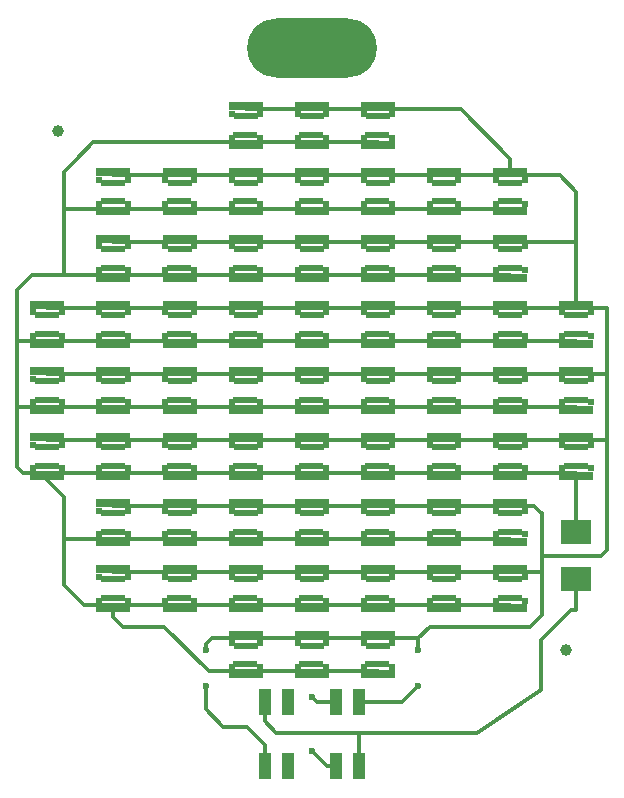
<source format=gbr>
G04 #@! TF.GenerationSoftware,KiCad,Pcbnew,5.1.5+dfsg1-2build2*
G04 #@! TF.CreationDate,2021-12-15T11:20:51+01:00*
G04 #@! TF.ProjectId,BitBadge,42697442-6164-4676-952e-6b696361645f,rev?*
G04 #@! TF.SameCoordinates,Original*
G04 #@! TF.FileFunction,Copper,L1,Top*
G04 #@! TF.FilePolarity,Positive*
%FSLAX46Y46*%
G04 Gerber Fmt 4.6, Leading zero omitted, Abs format (unit mm)*
G04 Created by KiCad (PCBNEW 5.1.5+dfsg1-2build2) date 2021-12-15 11:20:51*
%MOMM*%
%LPD*%
G04 APERTURE LIST*
%ADD10O,11.000000X5.000000*%
%ADD11C,0.900000*%
%ADD12R,1.000000X2.200000*%
%ADD13R,2.500000X2.000000*%
%ADD14R,0.600000X0.500000*%
%ADD15R,3.000000X0.800000*%
%ADD16R,2.000000X0.600000*%
%ADD17C,1.000000*%
%ADD18C,0.600000*%
%ADD19C,0.300000*%
G04 APERTURE END LIST*
D10*
X100000000Y-71000000D03*
D11*
X104500000Y-71000000D03*
X104000000Y-72250000D03*
X96000000Y-72250000D03*
X95500000Y-71000000D03*
X96000000Y-69750000D03*
X104000000Y-69750000D03*
D12*
X102000000Y-126400000D03*
X104000000Y-126400000D03*
X96000000Y-126400000D03*
X98000000Y-126400000D03*
X102000000Y-131800000D03*
X104000000Y-131800000D03*
X98000000Y-131800000D03*
X96000000Y-131800000D03*
D13*
X122400000Y-116000000D03*
X122400000Y-112000000D03*
D14*
X104400000Y-123400000D03*
X106800000Y-123400000D03*
D15*
X105600000Y-124050000D03*
D16*
X105550000Y-123200000D03*
X105600000Y-121600000D03*
D15*
X105600000Y-120750000D03*
D14*
X106800000Y-121400000D03*
X104400000Y-121400000D03*
X98800000Y-123400000D03*
X101200000Y-123400000D03*
D15*
X100000000Y-124050000D03*
D16*
X99950000Y-123200000D03*
X100000000Y-121600000D03*
D15*
X100000000Y-120750000D03*
D14*
X101200000Y-121400000D03*
X98800000Y-121400000D03*
X93200000Y-123400000D03*
X95600000Y-123400000D03*
D15*
X94400000Y-124050000D03*
D16*
X94350000Y-123200000D03*
X94400000Y-121600000D03*
D15*
X94400000Y-120750000D03*
D14*
X95600000Y-121400000D03*
X93200000Y-121400000D03*
X115600000Y-117800000D03*
X118000000Y-117800000D03*
D15*
X116800000Y-118450000D03*
D16*
X116750000Y-117600000D03*
X116800000Y-116000000D03*
D15*
X116800000Y-115150000D03*
D14*
X118000000Y-115800000D03*
X115600000Y-115800000D03*
X110000000Y-117800000D03*
X112400000Y-117800000D03*
D15*
X111200000Y-118450000D03*
D16*
X111150000Y-117600000D03*
X111200000Y-116000000D03*
D15*
X111200000Y-115150000D03*
D14*
X112400000Y-115800000D03*
X110000000Y-115800000D03*
X104400000Y-117800000D03*
X106800000Y-117800000D03*
D15*
X105600000Y-118450000D03*
D16*
X105550000Y-117600000D03*
X105600000Y-116000000D03*
D15*
X105600000Y-115150000D03*
D14*
X106800000Y-115800000D03*
X104400000Y-115800000D03*
X98800000Y-117800000D03*
X101200000Y-117800000D03*
D15*
X100000000Y-118450000D03*
D16*
X99950000Y-117600000D03*
X100000000Y-116000000D03*
D15*
X100000000Y-115150000D03*
D14*
X101200000Y-115800000D03*
X98800000Y-115800000D03*
X93200000Y-117800000D03*
X95600000Y-117800000D03*
D15*
X94400000Y-118450000D03*
D16*
X94350000Y-117600000D03*
X94400000Y-116000000D03*
D15*
X94400000Y-115150000D03*
D14*
X95600000Y-115800000D03*
X93200000Y-115800000D03*
X87600000Y-117800000D03*
X90000000Y-117800000D03*
D15*
X88800000Y-118450000D03*
D16*
X88750000Y-117600000D03*
X88800000Y-116000000D03*
D15*
X88800000Y-115150000D03*
D14*
X90000000Y-115800000D03*
X87600000Y-115800000D03*
X82000000Y-117800000D03*
X84400000Y-117800000D03*
D15*
X83200000Y-118450000D03*
D16*
X83150000Y-117600000D03*
X83200000Y-116000000D03*
D15*
X83200000Y-115150000D03*
D14*
X84400000Y-115800000D03*
X82000000Y-115800000D03*
X115600000Y-112200000D03*
X118000000Y-112200000D03*
D15*
X116800000Y-112850000D03*
D16*
X116750000Y-112000000D03*
X116800000Y-110400000D03*
D15*
X116800000Y-109550000D03*
D14*
X118000000Y-110200000D03*
X115600000Y-110200000D03*
X110000000Y-112200000D03*
X112400000Y-112200000D03*
D15*
X111200000Y-112850000D03*
D16*
X111150000Y-112000000D03*
X111200000Y-110400000D03*
D15*
X111200000Y-109550000D03*
D14*
X112400000Y-110200000D03*
X110000000Y-110200000D03*
X104400000Y-112200000D03*
X106800000Y-112200000D03*
D15*
X105600000Y-112850000D03*
D16*
X105550000Y-112000000D03*
X105600000Y-110400000D03*
D15*
X105600000Y-109550000D03*
D14*
X106800000Y-110200000D03*
X104400000Y-110200000D03*
X98800000Y-112200000D03*
X101200000Y-112200000D03*
D15*
X100000000Y-112850000D03*
D16*
X99950000Y-112000000D03*
X100000000Y-110400000D03*
D15*
X100000000Y-109550000D03*
D14*
X101200000Y-110200000D03*
X98800000Y-110200000D03*
X93200000Y-112200000D03*
X95600000Y-112200000D03*
D15*
X94400000Y-112850000D03*
D16*
X94350000Y-112000000D03*
X94400000Y-110400000D03*
D15*
X94400000Y-109550000D03*
D14*
X95600000Y-110200000D03*
X93200000Y-110200000D03*
X87600000Y-112200000D03*
X90000000Y-112200000D03*
D15*
X88800000Y-112850000D03*
D16*
X88750000Y-112000000D03*
X88800000Y-110400000D03*
D15*
X88800000Y-109550000D03*
D14*
X90000000Y-110200000D03*
X87600000Y-110200000D03*
X82000000Y-112200000D03*
X84400000Y-112200000D03*
D15*
X83200000Y-112850000D03*
D16*
X83150000Y-112000000D03*
X83200000Y-110400000D03*
D15*
X83200000Y-109550000D03*
D14*
X84400000Y-110200000D03*
X82000000Y-110200000D03*
X121200000Y-106600000D03*
X123600000Y-106600000D03*
D15*
X122400000Y-107250000D03*
D16*
X122350000Y-106400000D03*
X122400000Y-104800000D03*
D15*
X122400000Y-103950000D03*
D14*
X123600000Y-104600000D03*
X121200000Y-104600000D03*
X115600000Y-106600000D03*
X118000000Y-106600000D03*
D15*
X116800000Y-107250000D03*
D16*
X116750000Y-106400000D03*
X116800000Y-104800000D03*
D15*
X116800000Y-103950000D03*
D14*
X118000000Y-104600000D03*
X115600000Y-104600000D03*
X110000000Y-106600000D03*
X112400000Y-106600000D03*
D15*
X111200000Y-107250000D03*
D16*
X111150000Y-106400000D03*
X111200000Y-104800000D03*
D15*
X111200000Y-103950000D03*
D14*
X112400000Y-104600000D03*
X110000000Y-104600000D03*
X104400000Y-106600000D03*
X106800000Y-106600000D03*
D15*
X105600000Y-107250000D03*
D16*
X105550000Y-106400000D03*
X105600000Y-104800000D03*
D15*
X105600000Y-103950000D03*
D14*
X106800000Y-104600000D03*
X104400000Y-104600000D03*
X98800000Y-106600000D03*
X101200000Y-106600000D03*
D15*
X100000000Y-107250000D03*
D16*
X99950000Y-106400000D03*
X100000000Y-104800000D03*
D15*
X100000000Y-103950000D03*
D14*
X101200000Y-104600000D03*
X98800000Y-104600000D03*
X93200000Y-106600000D03*
X95600000Y-106600000D03*
D15*
X94400000Y-107250000D03*
D16*
X94350000Y-106400000D03*
X94400000Y-104800000D03*
D15*
X94400000Y-103950000D03*
D14*
X95600000Y-104600000D03*
X93200000Y-104600000D03*
X87600000Y-106600000D03*
X90000000Y-106600000D03*
D15*
X88800000Y-107250000D03*
D16*
X88750000Y-106400000D03*
X88800000Y-104800000D03*
D15*
X88800000Y-103950000D03*
D14*
X90000000Y-104600000D03*
X87600000Y-104600000D03*
X82000000Y-106600000D03*
X84400000Y-106600000D03*
D15*
X83200000Y-107250000D03*
D16*
X83150000Y-106400000D03*
X83200000Y-104800000D03*
D15*
X83200000Y-103950000D03*
D14*
X84400000Y-104600000D03*
X82000000Y-104600000D03*
X76400000Y-106600000D03*
X78800000Y-106600000D03*
D15*
X77600000Y-107250000D03*
D16*
X77550000Y-106400000D03*
X77600000Y-104800000D03*
D15*
X77600000Y-103950000D03*
D14*
X78800000Y-104600000D03*
X76400000Y-104600000D03*
X121200000Y-101000000D03*
X123600000Y-101000000D03*
D15*
X122400000Y-101650000D03*
D16*
X122350000Y-100800000D03*
X122400000Y-99200000D03*
D15*
X122400000Y-98350000D03*
D14*
X123600000Y-99000000D03*
X121200000Y-99000000D03*
X115600000Y-101000000D03*
X118000000Y-101000000D03*
D15*
X116800000Y-101650000D03*
D16*
X116750000Y-100800000D03*
X116800000Y-99200000D03*
D15*
X116800000Y-98350000D03*
D14*
X118000000Y-99000000D03*
X115600000Y-99000000D03*
X110000000Y-101000000D03*
X112400000Y-101000000D03*
D15*
X111200000Y-101650000D03*
D16*
X111150000Y-100800000D03*
X111200000Y-99200000D03*
D15*
X111200000Y-98350000D03*
D14*
X112400000Y-99000000D03*
X110000000Y-99000000D03*
X104400000Y-101000000D03*
X106800000Y-101000000D03*
D15*
X105600000Y-101650000D03*
D16*
X105550000Y-100800000D03*
X105600000Y-99200000D03*
D15*
X105600000Y-98350000D03*
D14*
X106800000Y-99000000D03*
X104400000Y-99000000D03*
X98800000Y-101000000D03*
X101200000Y-101000000D03*
D15*
X100000000Y-101650000D03*
D16*
X99950000Y-100800000D03*
X100000000Y-99200000D03*
D15*
X100000000Y-98350000D03*
D14*
X101200000Y-99000000D03*
X98800000Y-99000000D03*
X93200000Y-101000000D03*
X95600000Y-101000000D03*
D15*
X94400000Y-101650000D03*
D16*
X94350000Y-100800000D03*
X94400000Y-99200000D03*
D15*
X94400000Y-98350000D03*
D14*
X95600000Y-99000000D03*
X93200000Y-99000000D03*
X87600000Y-101000000D03*
X90000000Y-101000000D03*
D15*
X88800000Y-101650000D03*
D16*
X88750000Y-100800000D03*
X88800000Y-99200000D03*
D15*
X88800000Y-98350000D03*
D14*
X90000000Y-99000000D03*
X87600000Y-99000000D03*
X82000000Y-101000000D03*
X84400000Y-101000000D03*
D15*
X83200000Y-101650000D03*
D16*
X83150000Y-100800000D03*
X83200000Y-99200000D03*
D15*
X83200000Y-98350000D03*
D14*
X84400000Y-99000000D03*
X82000000Y-99000000D03*
X76400000Y-101000000D03*
X78800000Y-101000000D03*
D15*
X77600000Y-101650000D03*
D16*
X77550000Y-100800000D03*
X77600000Y-99200000D03*
D15*
X77600000Y-98350000D03*
D14*
X78800000Y-99000000D03*
X76400000Y-99000000D03*
X121200000Y-95400000D03*
X123600000Y-95400000D03*
D15*
X122400000Y-96050000D03*
D16*
X122350000Y-95200000D03*
X122400000Y-93600000D03*
D15*
X122400000Y-92750000D03*
D14*
X123600000Y-93400000D03*
X121200000Y-93400000D03*
X115600000Y-95400000D03*
X118000000Y-95400000D03*
D15*
X116800000Y-96050000D03*
D16*
X116750000Y-95200000D03*
X116800000Y-93600000D03*
D15*
X116800000Y-92750000D03*
D14*
X118000000Y-93400000D03*
X115600000Y-93400000D03*
X110000000Y-95400000D03*
X112400000Y-95400000D03*
D15*
X111200000Y-96050000D03*
D16*
X111150000Y-95200000D03*
X111200000Y-93600000D03*
D15*
X111200000Y-92750000D03*
D14*
X112400000Y-93400000D03*
X110000000Y-93400000D03*
X104400000Y-95400000D03*
X106800000Y-95400000D03*
D15*
X105600000Y-96050000D03*
D16*
X105550000Y-95200000D03*
X105600000Y-93600000D03*
D15*
X105600000Y-92750000D03*
D14*
X106800000Y-93400000D03*
X104400000Y-93400000D03*
X98800000Y-95400000D03*
X101200000Y-95400000D03*
D15*
X100000000Y-96050000D03*
D16*
X99950000Y-95200000D03*
X100000000Y-93600000D03*
D15*
X100000000Y-92750000D03*
D14*
X101200000Y-93400000D03*
X98800000Y-93400000D03*
X93200000Y-95400000D03*
X95600000Y-95400000D03*
D15*
X94400000Y-96050000D03*
D16*
X94350000Y-95200000D03*
X94400000Y-93600000D03*
D15*
X94400000Y-92750000D03*
D14*
X95600000Y-93400000D03*
X93200000Y-93400000D03*
X87600000Y-95400000D03*
X90000000Y-95400000D03*
D15*
X88800000Y-96050000D03*
D16*
X88750000Y-95200000D03*
X88800000Y-93600000D03*
D15*
X88800000Y-92750000D03*
D14*
X90000000Y-93400000D03*
X87600000Y-93400000D03*
X82000000Y-95400000D03*
X84400000Y-95400000D03*
D15*
X83200000Y-96050000D03*
D16*
X83150000Y-95200000D03*
X83200000Y-93600000D03*
D15*
X83200000Y-92750000D03*
D14*
X84400000Y-93400000D03*
X82000000Y-93400000D03*
X76400000Y-95400000D03*
X78800000Y-95400000D03*
D15*
X77600000Y-96050000D03*
D16*
X77550000Y-95200000D03*
X77600000Y-93600000D03*
D15*
X77600000Y-92750000D03*
D14*
X78800000Y-93400000D03*
X76400000Y-93400000D03*
X115600000Y-89800000D03*
X118000000Y-89800000D03*
D15*
X116800000Y-90450000D03*
D16*
X116750000Y-89600000D03*
X116800000Y-88000000D03*
D15*
X116800000Y-87150000D03*
D14*
X118000000Y-87800000D03*
X115600000Y-87800000D03*
X110000000Y-89800000D03*
X112400000Y-89800000D03*
D15*
X111200000Y-90450000D03*
D16*
X111150000Y-89600000D03*
X111200000Y-88000000D03*
D15*
X111200000Y-87150000D03*
D14*
X112400000Y-87800000D03*
X110000000Y-87800000D03*
X104400000Y-89800000D03*
X106800000Y-89800000D03*
D15*
X105600000Y-90450000D03*
D16*
X105550000Y-89600000D03*
X105600000Y-88000000D03*
D15*
X105600000Y-87150000D03*
D14*
X106800000Y-87800000D03*
X104400000Y-87800000D03*
X98800000Y-89800000D03*
X101200000Y-89800000D03*
D15*
X100000000Y-90450000D03*
D16*
X99950000Y-89600000D03*
X100000000Y-88000000D03*
D15*
X100000000Y-87150000D03*
D14*
X101200000Y-87800000D03*
X98800000Y-87800000D03*
X93200000Y-89800000D03*
X95600000Y-89800000D03*
D15*
X94400000Y-90450000D03*
D16*
X94350000Y-89600000D03*
X94400000Y-88000000D03*
D15*
X94400000Y-87150000D03*
D14*
X95600000Y-87800000D03*
X93200000Y-87800000D03*
X87600000Y-89800000D03*
X90000000Y-89800000D03*
D15*
X88800000Y-90450000D03*
D16*
X88750000Y-89600000D03*
X88800000Y-88000000D03*
D15*
X88800000Y-87150000D03*
D14*
X90000000Y-87800000D03*
X87600000Y-87800000D03*
X82000000Y-89800000D03*
X84400000Y-89800000D03*
D15*
X83200000Y-90450000D03*
D16*
X83150000Y-89600000D03*
X83200000Y-88000000D03*
D15*
X83200000Y-87150000D03*
D14*
X84400000Y-87800000D03*
X82000000Y-87800000D03*
X115600000Y-84200000D03*
X118000000Y-84200000D03*
D15*
X116800000Y-84850000D03*
D16*
X116750000Y-84000000D03*
X116800000Y-82400000D03*
D15*
X116800000Y-81550000D03*
D14*
X118000000Y-82200000D03*
X115600000Y-82200000D03*
X110000000Y-84200000D03*
X112400000Y-84200000D03*
D15*
X111200000Y-84850000D03*
D16*
X111150000Y-84000000D03*
X111200000Y-82400000D03*
D15*
X111200000Y-81550000D03*
D14*
X112400000Y-82200000D03*
X110000000Y-82200000D03*
X104400000Y-84200000D03*
X106800000Y-84200000D03*
D15*
X105600000Y-84850000D03*
D16*
X105550000Y-84000000D03*
X105600000Y-82400000D03*
D15*
X105600000Y-81550000D03*
D14*
X106800000Y-82200000D03*
X104400000Y-82200000D03*
X98800000Y-84200000D03*
X101200000Y-84200000D03*
D15*
X100000000Y-84850000D03*
D16*
X99950000Y-84000000D03*
X100000000Y-82400000D03*
D15*
X100000000Y-81550000D03*
D14*
X101200000Y-82200000D03*
X98800000Y-82200000D03*
X93200000Y-84200000D03*
X95600000Y-84200000D03*
D15*
X94400000Y-84850000D03*
D16*
X94350000Y-84000000D03*
X94400000Y-82400000D03*
D15*
X94400000Y-81550000D03*
D14*
X95600000Y-82200000D03*
X93200000Y-82200000D03*
X87600000Y-84200000D03*
X90000000Y-84200000D03*
D15*
X88800000Y-84850000D03*
D16*
X88750000Y-84000000D03*
X88800000Y-82400000D03*
D15*
X88800000Y-81550000D03*
D14*
X90000000Y-82200000D03*
X87600000Y-82200000D03*
X82000000Y-84200000D03*
X84400000Y-84200000D03*
D15*
X83200000Y-84850000D03*
D16*
X83150000Y-84000000D03*
X83200000Y-82400000D03*
D15*
X83200000Y-81550000D03*
D14*
X84400000Y-82200000D03*
X82000000Y-82200000D03*
X104400000Y-78600000D03*
X106800000Y-78600000D03*
D15*
X105600000Y-79250000D03*
D16*
X105550000Y-78400000D03*
X105600000Y-76800000D03*
D15*
X105600000Y-75950000D03*
D14*
X106800000Y-76600000D03*
X104400000Y-76600000D03*
X98800000Y-78600000D03*
X101200000Y-78600000D03*
D15*
X100000000Y-79250000D03*
D16*
X99950000Y-78400000D03*
X100000000Y-76800000D03*
D15*
X100000000Y-75950000D03*
D14*
X101200000Y-76600000D03*
X98800000Y-76600000D03*
X93200000Y-78600000D03*
X95600000Y-78600000D03*
D15*
X94400000Y-79250000D03*
D16*
X94350000Y-78400000D03*
X94400000Y-76800000D03*
D15*
X94400000Y-75950000D03*
D14*
X95600000Y-76600000D03*
X93200000Y-76600000D03*
D17*
X78500000Y-78000000D03*
X121500000Y-122000000D03*
D18*
X100000000Y-130500000D03*
X100000000Y-126000000D03*
X91000000Y-122000000D03*
X91000000Y-125000000D03*
X109000000Y-122000000D03*
X109000000Y-125000000D03*
D19*
X102000000Y-131800000D02*
X101300000Y-131800000D01*
X101300000Y-131800000D02*
X100000000Y-130500000D01*
X102000000Y-126400000D02*
X100400000Y-126400000D01*
X100400000Y-126400000D02*
X100000000Y-126000000D01*
X96000000Y-131800000D02*
X96000000Y-130000000D01*
X96000000Y-130000000D02*
X94500000Y-128500000D01*
X118500000Y-120000000D02*
X119500000Y-119000000D01*
X110500000Y-120000000D02*
X118500000Y-120000000D01*
X118800000Y-109800000D02*
X119500000Y-110500000D01*
X119400000Y-110400000D02*
X119500000Y-110400000D01*
X119500000Y-110500000D02*
X119400000Y-110400000D01*
X125000000Y-108500000D02*
X125000000Y-113500000D01*
X124500000Y-114000000D02*
X119500000Y-114000000D01*
X125000000Y-113500000D02*
X124500000Y-114000000D01*
X92500000Y-128500000D02*
X91000000Y-127000000D01*
X94500000Y-128500000D02*
X92500000Y-128500000D01*
X116800000Y-98600000D02*
X122400000Y-98600000D01*
X111200000Y-98600000D02*
X116800000Y-98600000D01*
X105600000Y-98600000D02*
X111200000Y-98600000D01*
X100000000Y-98600000D02*
X105600000Y-98600000D01*
X94400000Y-98600000D02*
X100000000Y-98600000D01*
X88800000Y-98600000D02*
X94400000Y-98600000D01*
X83200000Y-98600000D02*
X88800000Y-98600000D01*
X77600000Y-98600000D02*
X83200000Y-98600000D01*
X83200000Y-93000000D02*
X88800000Y-93000000D01*
X105600000Y-109800000D02*
X111200000Y-109800000D01*
X111200000Y-109800000D02*
X116800000Y-109800000D01*
X100000000Y-109800000D02*
X105600000Y-109800000D01*
X94400000Y-109800000D02*
X100000000Y-109800000D01*
X88800000Y-109800000D02*
X94400000Y-109800000D01*
X83200000Y-109800000D02*
X88800000Y-109800000D01*
X100000000Y-121000000D02*
X105600000Y-121000000D01*
X94400000Y-121000000D02*
X100000000Y-121000000D01*
X111200000Y-115400000D02*
X116800000Y-115400000D01*
X105600000Y-115400000D02*
X111200000Y-115400000D01*
X100000000Y-115400000D02*
X105600000Y-115400000D01*
X94400000Y-115400000D02*
X100000000Y-115400000D01*
X88800000Y-115400000D02*
X94400000Y-115400000D01*
X83200000Y-115400000D02*
X88800000Y-115400000D01*
X119000000Y-115400000D02*
X119500000Y-115400000D01*
X119500000Y-115400000D02*
X119500000Y-115500000D01*
X119500000Y-115000000D02*
X119500000Y-115500000D01*
X119500000Y-114000000D02*
X119500000Y-115000000D01*
X119500000Y-110400000D02*
X119500000Y-114000000D01*
X119500000Y-115500000D02*
X119500000Y-119000000D01*
X119100000Y-115400000D02*
X119000000Y-115400000D01*
X119000000Y-115400000D02*
X116800000Y-115400000D01*
X116800000Y-104200000D02*
X122400000Y-104200000D01*
X111200000Y-104200000D02*
X116800000Y-104200000D01*
X105600000Y-104200000D02*
X111200000Y-104200000D01*
X100000000Y-104200000D02*
X105600000Y-104200000D01*
X94400000Y-104200000D02*
X100000000Y-104200000D01*
X88800000Y-104200000D02*
X94400000Y-104200000D01*
X83200000Y-104200000D02*
X88800000Y-104200000D01*
X77600000Y-104200000D02*
X83200000Y-104200000D01*
X122400000Y-98600000D02*
X125000000Y-98600000D01*
X125000000Y-98600000D02*
X125000000Y-98500000D01*
X122400000Y-104200000D02*
X125000000Y-104200000D01*
X125000000Y-104200000D02*
X125000000Y-104500000D01*
X122400000Y-93000000D02*
X125000000Y-93000000D01*
X125000000Y-93000000D02*
X125000000Y-98500000D01*
X125000000Y-98500000D02*
X125000000Y-104500000D01*
X118800000Y-109800000D02*
X116800000Y-109800000D01*
X125000000Y-104500000D02*
X125000000Y-108500000D01*
X116800000Y-87400000D02*
X122400000Y-87400000D01*
X122400000Y-87400000D02*
X122400000Y-86000000D01*
X116800000Y-81800000D02*
X121000000Y-81800000D01*
X121000000Y-81800000D02*
X122400000Y-83200000D01*
X122400000Y-83200000D02*
X122400000Y-86000000D01*
X122400000Y-86000000D02*
X122400000Y-93000000D01*
X105600000Y-76200000D02*
X112600000Y-76200000D01*
X116800000Y-80400000D02*
X116800000Y-81800000D01*
X112600000Y-76200000D02*
X116800000Y-80400000D01*
X116800000Y-93000000D02*
X122400000Y-93000000D01*
X111200000Y-93000000D02*
X116800000Y-93000000D01*
X105600000Y-93000000D02*
X111200000Y-93000000D01*
X100000000Y-93000000D02*
X105600000Y-93000000D01*
X94400000Y-93000000D02*
X100000000Y-93000000D01*
X88800000Y-93000000D02*
X94400000Y-93000000D01*
X77600000Y-93000000D02*
X83200000Y-93000000D01*
X88800000Y-87400000D02*
X83200000Y-87400000D01*
X94400000Y-87400000D02*
X88800000Y-87400000D01*
X100000000Y-87400000D02*
X94400000Y-87400000D01*
X105600000Y-87400000D02*
X100000000Y-87400000D01*
X111200000Y-87400000D02*
X105600000Y-87400000D01*
X116800000Y-87400000D02*
X111200000Y-87400000D01*
X111200000Y-81800000D02*
X116800000Y-81800000D01*
X105600000Y-81800000D02*
X111200000Y-81800000D01*
X100000000Y-81800000D02*
X105600000Y-81800000D01*
X94400000Y-81800000D02*
X100000000Y-81800000D01*
X88800000Y-81800000D02*
X94400000Y-81800000D01*
X83200000Y-81800000D02*
X88800000Y-81800000D01*
X100000000Y-76200000D02*
X105600000Y-76200000D01*
X94400000Y-76200000D02*
X100000000Y-76200000D01*
X92000000Y-121000000D02*
X91500000Y-121000000D01*
X92000000Y-121000000D02*
X94400000Y-121000000D01*
X91000000Y-121500000D02*
X91000000Y-122000000D01*
X91500000Y-121000000D02*
X91000000Y-121500000D01*
X91000000Y-125000000D02*
X91000000Y-127000000D01*
X107600000Y-126400000D02*
X109000000Y-125000000D01*
X104000000Y-126400000D02*
X107600000Y-126400000D01*
X110000000Y-120000000D02*
X109000000Y-121000000D01*
X110500000Y-120000000D02*
X110000000Y-120000000D01*
X109000000Y-121000000D02*
X105600000Y-121000000D01*
X109000000Y-122000000D02*
X109000000Y-121000000D01*
X94400000Y-123800000D02*
X91300000Y-123800000D01*
X83200000Y-119200000D02*
X83200000Y-118200000D01*
X84000000Y-120000000D02*
X83200000Y-119200000D01*
X87500000Y-120000000D02*
X84000000Y-120000000D01*
X91300000Y-123800000D02*
X87500000Y-120000000D01*
X122400000Y-107000000D02*
X122400000Y-112000000D01*
X80000000Y-84600000D02*
X79000000Y-84600000D01*
X79000000Y-84600000D02*
X79000000Y-84500000D01*
X79000000Y-85500000D02*
X79000000Y-84500000D01*
X79000000Y-90200000D02*
X79000000Y-85500000D01*
X79000000Y-84500000D02*
X79000000Y-81500000D01*
X79000000Y-81500000D02*
X79900000Y-80600000D01*
X81500000Y-79000000D02*
X94400000Y-79000000D01*
X81500000Y-79000000D02*
X79900000Y-80600000D01*
X83200000Y-118200000D02*
X80700000Y-118200000D01*
X80700000Y-118200000D02*
X79000000Y-116500000D01*
X79000000Y-116500000D02*
X79000000Y-113000000D01*
X79000000Y-113000000D02*
X79000000Y-112500000D01*
X105600000Y-95800000D02*
X111200000Y-95800000D01*
X100000000Y-95800000D02*
X105600000Y-95800000D01*
X94400000Y-95800000D02*
X100000000Y-95800000D01*
X88800000Y-95800000D02*
X94400000Y-95800000D01*
X83200000Y-95800000D02*
X88800000Y-95800000D01*
X77600000Y-95800000D02*
X83200000Y-95800000D01*
X94400000Y-90200000D02*
X100000000Y-90200000D01*
X100000000Y-90200000D02*
X105600000Y-90200000D01*
X111200000Y-112600000D02*
X116800000Y-112600000D01*
X105600000Y-112600000D02*
X111200000Y-112600000D01*
X100000000Y-112600000D02*
X105600000Y-112600000D01*
X94400000Y-112600000D02*
X100000000Y-112600000D01*
X88800000Y-112600000D02*
X94400000Y-112600000D01*
X83200000Y-112600000D02*
X88800000Y-112600000D01*
X105600000Y-107000000D02*
X100000000Y-107000000D01*
X116800000Y-101400000D02*
X122400000Y-101400000D01*
X111200000Y-101400000D02*
X116800000Y-101400000D01*
X105600000Y-101400000D02*
X111200000Y-101400000D01*
X100000000Y-101400000D02*
X105600000Y-101400000D01*
X94400000Y-101400000D02*
X100000000Y-101400000D01*
X88800000Y-101400000D02*
X94400000Y-101400000D01*
X111200000Y-107000000D02*
X105600000Y-107000000D01*
X88800000Y-118200000D02*
X83200000Y-118200000D01*
X94400000Y-118200000D02*
X88800000Y-118200000D01*
X100000000Y-118200000D02*
X94400000Y-118200000D01*
X105600000Y-118200000D02*
X100000000Y-118200000D01*
X111200000Y-118200000D02*
X105600000Y-118200000D01*
X116800000Y-118200000D02*
X111200000Y-118200000D01*
X100000000Y-123800000D02*
X94400000Y-123800000D01*
X105600000Y-123800000D02*
X100000000Y-123800000D01*
X79900000Y-84600000D02*
X80000000Y-84600000D01*
X80000000Y-84600000D02*
X83200000Y-84600000D01*
X83200000Y-107000000D02*
X77600000Y-107000000D01*
X88800000Y-107000000D02*
X83200000Y-107000000D01*
X94400000Y-107000000D02*
X88800000Y-107000000D01*
X100000000Y-107000000D02*
X94400000Y-107000000D01*
X116800000Y-107000000D02*
X111200000Y-107000000D01*
X122400000Y-107000000D02*
X116800000Y-107000000D01*
X83200000Y-101400000D02*
X77600000Y-101400000D01*
X88800000Y-101400000D02*
X83200000Y-101400000D01*
X77600000Y-101400000D02*
X75000000Y-101400000D01*
X75000000Y-101400000D02*
X75000000Y-101500000D01*
X77600000Y-95800000D02*
X75000000Y-95800000D01*
X75000000Y-95800000D02*
X75000000Y-96000000D01*
X77600000Y-107000000D02*
X75500000Y-107000000D01*
X75500000Y-107000000D02*
X75000000Y-106500000D01*
X75000000Y-106500000D02*
X75000000Y-101500000D01*
X75000000Y-101500000D02*
X75000000Y-96000000D01*
X76300000Y-90200000D02*
X79000000Y-90200000D01*
X79000000Y-90200000D02*
X83200000Y-90200000D01*
X75000000Y-96000000D02*
X75000000Y-91500000D01*
X75000000Y-91500000D02*
X76300000Y-90200000D01*
X83200000Y-112600000D02*
X79000000Y-112600000D01*
X79000000Y-112600000D02*
X79000000Y-112500000D01*
X79000000Y-112500000D02*
X79000000Y-112000000D01*
X79000000Y-109000000D02*
X77600000Y-107600000D01*
X79000000Y-112000000D02*
X79000000Y-109000000D01*
X77600000Y-107600000D02*
X77600000Y-107000000D01*
X116800000Y-95800000D02*
X111200000Y-95800000D01*
X122400000Y-95800000D02*
X116800000Y-95800000D01*
X111200000Y-90200000D02*
X116800000Y-90200000D01*
X105600000Y-90200000D02*
X111200000Y-90200000D01*
X88800000Y-90200000D02*
X94400000Y-90200000D01*
X83200000Y-90200000D02*
X88800000Y-90200000D01*
X111200000Y-84600000D02*
X116800000Y-84600000D01*
X105600000Y-84600000D02*
X111200000Y-84600000D01*
X100000000Y-84600000D02*
X105600000Y-84600000D01*
X94400000Y-84600000D02*
X100000000Y-84600000D01*
X88800000Y-84600000D02*
X94400000Y-84600000D01*
X83200000Y-84600000D02*
X88800000Y-84600000D01*
X100000000Y-79000000D02*
X105600000Y-79000000D01*
X94400000Y-79000000D02*
X100000000Y-79000000D01*
X104000000Y-129000000D02*
X104000000Y-130000000D01*
X104000000Y-130000000D02*
X104000000Y-131800000D01*
X103000000Y-129000000D02*
X104000000Y-129000000D01*
X96000000Y-126400000D02*
X96000000Y-128000000D01*
X97000000Y-129000000D02*
X103000000Y-129000000D01*
X96000000Y-128000000D02*
X97000000Y-129000000D01*
X114000000Y-129000000D02*
X108000000Y-129000000D01*
X119400000Y-125400000D02*
X114000000Y-129000000D01*
X108000000Y-129000000D02*
X104000000Y-129000000D01*
X119400000Y-121100000D02*
X119400000Y-125400000D01*
X121900000Y-118600000D02*
X119400000Y-121100000D01*
X122400000Y-118600000D02*
X121900000Y-118600000D01*
X122400000Y-116000000D02*
X122400000Y-118600000D01*
M02*

</source>
